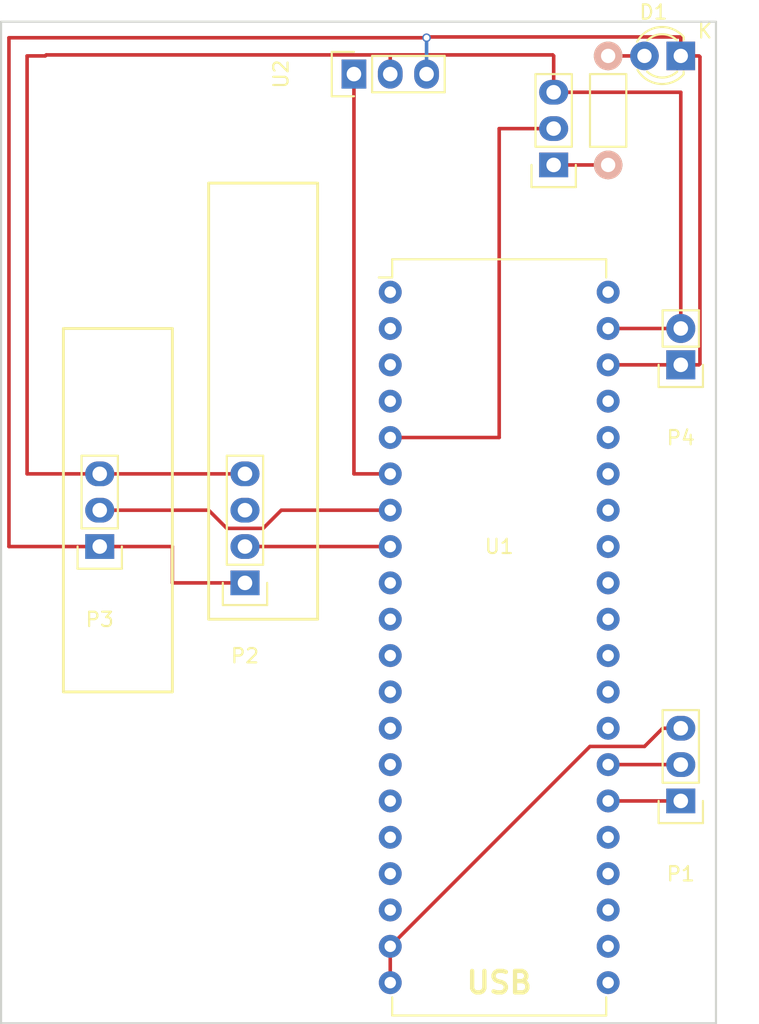
<source format=kicad_pcb>
(kicad_pcb (version 4) (host pcbnew 4.0.5+dfsg1-4)

  (general
    (links 21)
    (no_connects 3)
    (area 81.924999 69.924999 132.075001 140.075001)
    (thickness 1.6)
    (drawings 13)
    (tracks 52)
    (zones 0)
    (modules 9)
    (nets 42)
  )

  (page A4)
  (layers
    (0 F.Cu signal)
    (31 B.Cu signal)
    (32 B.Adhes user)
    (33 F.Adhes user)
    (34 B.Paste user)
    (35 F.Paste user)
    (36 B.SilkS user)
    (37 F.SilkS user)
    (38 B.Mask user)
    (39 F.Mask user)
    (40 Dwgs.User user)
    (41 Cmts.User user)
    (42 Eco1.User user)
    (43 Eco2.User user)
    (44 Edge.Cuts user)
    (45 Margin user)
    (46 B.CrtYd user)
    (47 F.CrtYd user)
    (48 B.Fab user)
    (49 F.Fab user)
  )

  (setup
    (last_trace_width 0.25)
    (trace_clearance 0.2)
    (zone_clearance 0.508)
    (zone_45_only no)
    (trace_min 0.2)
    (segment_width 0.2)
    (edge_width 0.15)
    (via_size 0.6)
    (via_drill 0.4)
    (via_min_size 0.4)
    (via_min_drill 0.3)
    (uvia_size 0.3)
    (uvia_drill 0.1)
    (uvias_allowed no)
    (uvia_min_size 0.2)
    (uvia_min_drill 0.1)
    (pcb_text_width 0.3)
    (pcb_text_size 1.5 1.5)
    (mod_edge_width 0.15)
    (mod_text_size 1 1)
    (mod_text_width 0.15)
    (pad_size 1.524 1.524)
    (pad_drill 0.762)
    (pad_to_mask_clearance 0.2)
    (aux_axis_origin 0 0)
    (visible_elements FFFFFF7F)
    (pcbplotparams
      (layerselection 0x00030_80000001)
      (usegerberextensions false)
      (excludeedgelayer true)
      (linewidth 0.100000)
      (plotframeref false)
      (viasonmask false)
      (mode 1)
      (useauxorigin false)
      (hpglpennumber 1)
      (hpglpenspeed 20)
      (hpglpendiameter 15)
      (hpglpenoverlay 2)
      (psnegative false)
      (psa4output false)
      (plotreference true)
      (plotvalue true)
      (plotinvisibletext false)
      (padsonsilk false)
      (subtractmaskfromsilk false)
      (outputformat 1)
      (mirror false)
      (drillshape 1)
      (scaleselection 1)
      (outputdirectory ""))
  )

  (net 0 "")
  (net 1 +5V)
  (net 2 "Net-(D1-Pad2)")
  (net 3 GND)
  (net 4 /RADIO_RX)
  (net 5 "Net-(P2-Pad3)")
  (net 6 "Net-(Q1-Pad1)")
  (net 7 /IR_TX)
  (net 8 "Net-(U1-Pad1)")
  (net 9 "Net-(U1-Pad2)")
  (net 10 "Net-(U1-Pad3)")
  (net 11 "Net-(U1-Pad4)")
  (net 12 /IR_RX)
  (net 13 /RADIO_TX)
  (net 14 "Net-(U1-Pad9)")
  (net 15 "Net-(U1-Pad10)")
  (net 16 "Net-(U1-Pad11)")
  (net 17 "Net-(U1-Pad12)")
  (net 18 "Net-(U1-Pad13)")
  (net 19 "Net-(U1-Pad14)")
  (net 20 "Net-(U1-Pad15)")
  (net 21 "Net-(U1-Pad16)")
  (net 22 "Net-(U1-Pad17)")
  (net 23 "Net-(U1-Pad18)")
  (net 24 "Net-(U1-Pad21)")
  (net 25 "Net-(U1-Pad22)")
  (net 26 "Net-(U1-Pad23)")
  (net 27 "Net-(U1-Pad24)")
  (net 28 "Net-(U1-Pad25)")
  (net 29 "Net-(U1-Pad28)")
  (net 30 "Net-(U1-Pad29)")
  (net 31 "Net-(U1-Pad30)")
  (net 32 "Net-(U1-Pad31)")
  (net 33 "Net-(U1-Pad32)")
  (net 34 "Net-(U1-Pad33)")
  (net 35 "Net-(U1-Pad34)")
  (net 36 "Net-(U1-Pad35)")
  (net 37 "Net-(U1-Pad36)")
  (net 38 "Net-(U1-Pad37)")
  (net 39 "Net-(U1-Pad40)")
  (net 40 /DEBUG_TX)
  (net 41 /DEBUG_RX)

  (net_class Default "This is the default net class."
    (clearance 0.2)
    (trace_width 0.25)
    (via_dia 0.6)
    (via_drill 0.4)
    (uvia_dia 0.3)
    (uvia_drill 0.1)
    (add_net +5V)
    (add_net /DEBUG_RX)
    (add_net /DEBUG_TX)
    (add_net /IR_RX)
    (add_net /IR_TX)
    (add_net /RADIO_RX)
    (add_net /RADIO_TX)
    (add_net GND)
    (add_net "Net-(D1-Pad2)")
    (add_net "Net-(P2-Pad3)")
    (add_net "Net-(Q1-Pad1)")
    (add_net "Net-(U1-Pad1)")
    (add_net "Net-(U1-Pad10)")
    (add_net "Net-(U1-Pad11)")
    (add_net "Net-(U1-Pad12)")
    (add_net "Net-(U1-Pad13)")
    (add_net "Net-(U1-Pad14)")
    (add_net "Net-(U1-Pad15)")
    (add_net "Net-(U1-Pad16)")
    (add_net "Net-(U1-Pad17)")
    (add_net "Net-(U1-Pad18)")
    (add_net "Net-(U1-Pad2)")
    (add_net "Net-(U1-Pad21)")
    (add_net "Net-(U1-Pad22)")
    (add_net "Net-(U1-Pad23)")
    (add_net "Net-(U1-Pad24)")
    (add_net "Net-(U1-Pad25)")
    (add_net "Net-(U1-Pad28)")
    (add_net "Net-(U1-Pad29)")
    (add_net "Net-(U1-Pad3)")
    (add_net "Net-(U1-Pad30)")
    (add_net "Net-(U1-Pad31)")
    (add_net "Net-(U1-Pad32)")
    (add_net "Net-(U1-Pad33)")
    (add_net "Net-(U1-Pad34)")
    (add_net "Net-(U1-Pad35)")
    (add_net "Net-(U1-Pad36)")
    (add_net "Net-(U1-Pad37)")
    (add_net "Net-(U1-Pad4)")
    (add_net "Net-(U1-Pad40)")
    (add_net "Net-(U1-Pad9)")
  )

  (module LEDs:LED-3MM (layer F.Cu) (tedit 559B82F6) (tstamp 591EF7BE)
    (at 129.54 72.39 180)
    (descr "LED 3mm round vertical")
    (tags "LED  3mm round vertical")
    (path /591F067E)
    (fp_text reference D1 (at 1.91 3.06 180) (layer F.SilkS)
      (effects (font (size 1 1) (thickness 0.15)))
    )
    (fp_text value LED_ALT (at 1.3 -2.9 180) (layer F.Fab)
      (effects (font (size 1 1) (thickness 0.15)))
    )
    (fp_line (start -1.2 2.3) (end 3.8 2.3) (layer F.CrtYd) (width 0.05))
    (fp_line (start 3.8 2.3) (end 3.8 -2.2) (layer F.CrtYd) (width 0.05))
    (fp_line (start 3.8 -2.2) (end -1.2 -2.2) (layer F.CrtYd) (width 0.05))
    (fp_line (start -1.2 -2.2) (end -1.2 2.3) (layer F.CrtYd) (width 0.05))
    (fp_line (start -0.199 1.314) (end -0.199 1.114) (layer F.SilkS) (width 0.15))
    (fp_line (start -0.199 -1.28) (end -0.199 -1.1) (layer F.SilkS) (width 0.15))
    (fp_arc (start 1.301 0.034) (end -0.199 -1.286) (angle 108.5) (layer F.SilkS) (width 0.15))
    (fp_arc (start 1.301 0.034) (end 0.25 -1.1) (angle 85.7) (layer F.SilkS) (width 0.15))
    (fp_arc (start 1.311 0.034) (end 3.051 0.994) (angle 110) (layer F.SilkS) (width 0.15))
    (fp_arc (start 1.301 0.034) (end 2.335 1.094) (angle 87.5) (layer F.SilkS) (width 0.15))
    (fp_text user K (at -1.69 1.74 180) (layer F.SilkS)
      (effects (font (size 1 1) (thickness 0.15)))
    )
    (pad 1 thru_hole rect (at 0 0 270) (size 2 2) (drill 1.00076) (layers *.Cu *.Mask)
      (net 1 +5V))
    (pad 2 thru_hole circle (at 2.54 0 180) (size 2 2) (drill 1.00076) (layers *.Cu *.Mask)
      (net 2 "Net-(D1-Pad2)"))
    (model LEDs.3dshapes/LED-3MM.wrl
      (at (xyz 0.05 0 0))
      (scale (xyz 1 1 1))
      (rotate (xyz 0 0 90))
    )
  )

  (module Pin_Headers:Pin_Header_Straight_1x03 (layer F.Cu) (tedit 0) (tstamp 591EF7C5)
    (at 129.54 124.46 180)
    (descr "Through hole pin header")
    (tags "pin header")
    (path /591EF4BE)
    (fp_text reference P1 (at 0 -5.1 180) (layer F.SilkS)
      (effects (font (size 1 1) (thickness 0.15)))
    )
    (fp_text value DEBUG_SERIAL (at 0 -3.1 180) (layer F.Fab)
      (effects (font (size 1 1) (thickness 0.15)))
    )
    (fp_line (start -1.75 -1.75) (end -1.75 6.85) (layer F.CrtYd) (width 0.05))
    (fp_line (start 1.75 -1.75) (end 1.75 6.85) (layer F.CrtYd) (width 0.05))
    (fp_line (start -1.75 -1.75) (end 1.75 -1.75) (layer F.CrtYd) (width 0.05))
    (fp_line (start -1.75 6.85) (end 1.75 6.85) (layer F.CrtYd) (width 0.05))
    (fp_line (start -1.27 1.27) (end -1.27 6.35) (layer F.SilkS) (width 0.15))
    (fp_line (start -1.27 6.35) (end 1.27 6.35) (layer F.SilkS) (width 0.15))
    (fp_line (start 1.27 6.35) (end 1.27 1.27) (layer F.SilkS) (width 0.15))
    (fp_line (start 1.55 -1.55) (end 1.55 0) (layer F.SilkS) (width 0.15))
    (fp_line (start 1.27 1.27) (end -1.27 1.27) (layer F.SilkS) (width 0.15))
    (fp_line (start -1.55 0) (end -1.55 -1.55) (layer F.SilkS) (width 0.15))
    (fp_line (start -1.55 -1.55) (end 1.55 -1.55) (layer F.SilkS) (width 0.15))
    (pad 1 thru_hole rect (at 0 0 180) (size 2.032 1.7272) (drill 1.016) (layers *.Cu *.Mask)
      (net 40 /DEBUG_TX))
    (pad 2 thru_hole oval (at 0 2.54 180) (size 2.032 1.7272) (drill 1.016) (layers *.Cu *.Mask)
      (net 41 /DEBUG_RX))
    (pad 3 thru_hole oval (at 0 5.08 180) (size 2.032 1.7272) (drill 1.016) (layers *.Cu *.Mask)
      (net 3 GND))
    (model Pin_Headers.3dshapes/Pin_Header_Straight_1x03.wrl
      (at (xyz 0 -0.1 0))
      (scale (xyz 1 1 1))
      (rotate (xyz 0 0 90))
    )
  )

  (module Pin_Headers:Pin_Header_Straight_1x04 (layer F.Cu) (tedit 0) (tstamp 591EF7CD)
    (at 99.06 109.22 180)
    (descr "Through hole pin header")
    (tags "pin header")
    (path /591EC627)
    (fp_text reference P2 (at 0 -5.1 180) (layer F.SilkS)
      (effects (font (size 1 1) (thickness 0.15)))
    )
    (fp_text value RADIO_RX (at 0 -3.1 180) (layer F.Fab)
      (effects (font (size 1 1) (thickness 0.15)))
    )
    (fp_line (start -1.75 -1.75) (end -1.75 9.4) (layer F.CrtYd) (width 0.05))
    (fp_line (start 1.75 -1.75) (end 1.75 9.4) (layer F.CrtYd) (width 0.05))
    (fp_line (start -1.75 -1.75) (end 1.75 -1.75) (layer F.CrtYd) (width 0.05))
    (fp_line (start -1.75 9.4) (end 1.75 9.4) (layer F.CrtYd) (width 0.05))
    (fp_line (start -1.27 1.27) (end -1.27 8.89) (layer F.SilkS) (width 0.15))
    (fp_line (start 1.27 1.27) (end 1.27 8.89) (layer F.SilkS) (width 0.15))
    (fp_line (start 1.55 -1.55) (end 1.55 0) (layer F.SilkS) (width 0.15))
    (fp_line (start -1.27 8.89) (end 1.27 8.89) (layer F.SilkS) (width 0.15))
    (fp_line (start 1.27 1.27) (end -1.27 1.27) (layer F.SilkS) (width 0.15))
    (fp_line (start -1.55 0) (end -1.55 -1.55) (layer F.SilkS) (width 0.15))
    (fp_line (start -1.55 -1.55) (end 1.55 -1.55) (layer F.SilkS) (width 0.15))
    (pad 1 thru_hole rect (at 0 0 180) (size 2.032 1.7272) (drill 1.016) (layers *.Cu *.Mask)
      (net 1 +5V))
    (pad 2 thru_hole oval (at 0 2.54 180) (size 2.032 1.7272) (drill 1.016) (layers *.Cu *.Mask)
      (net 4 /RADIO_RX))
    (pad 3 thru_hole oval (at 0 5.08 180) (size 2.032 1.7272) (drill 1.016) (layers *.Cu *.Mask)
      (net 5 "Net-(P2-Pad3)"))
    (pad 4 thru_hole oval (at 0 7.62 180) (size 2.032 1.7272) (drill 1.016) (layers *.Cu *.Mask)
      (net 3 GND))
    (model Pin_Headers.3dshapes/Pin_Header_Straight_1x04.wrl
      (at (xyz 0 -0.15 0))
      (scale (xyz 1 1 1))
      (rotate (xyz 0 0 90))
    )
  )

  (module Pin_Headers:Pin_Header_Straight_1x03 (layer F.Cu) (tedit 0) (tstamp 591EF7D4)
    (at 88.9 106.68 180)
    (descr "Through hole pin header")
    (tags "pin header")
    (path /591EFD29)
    (fp_text reference P3 (at 0 -5.1 180) (layer F.SilkS)
      (effects (font (size 1 1) (thickness 0.15)))
    )
    (fp_text value RADIO_TX (at 0 -3.1 180) (layer F.Fab)
      (effects (font (size 1 1) (thickness 0.15)))
    )
    (fp_line (start -1.75 -1.75) (end -1.75 6.85) (layer F.CrtYd) (width 0.05))
    (fp_line (start 1.75 -1.75) (end 1.75 6.85) (layer F.CrtYd) (width 0.05))
    (fp_line (start -1.75 -1.75) (end 1.75 -1.75) (layer F.CrtYd) (width 0.05))
    (fp_line (start -1.75 6.85) (end 1.75 6.85) (layer F.CrtYd) (width 0.05))
    (fp_line (start -1.27 1.27) (end -1.27 6.35) (layer F.SilkS) (width 0.15))
    (fp_line (start -1.27 6.35) (end 1.27 6.35) (layer F.SilkS) (width 0.15))
    (fp_line (start 1.27 6.35) (end 1.27 1.27) (layer F.SilkS) (width 0.15))
    (fp_line (start 1.55 -1.55) (end 1.55 0) (layer F.SilkS) (width 0.15))
    (fp_line (start 1.27 1.27) (end -1.27 1.27) (layer F.SilkS) (width 0.15))
    (fp_line (start -1.55 0) (end -1.55 -1.55) (layer F.SilkS) (width 0.15))
    (fp_line (start -1.55 -1.55) (end 1.55 -1.55) (layer F.SilkS) (width 0.15))
    (pad 1 thru_hole rect (at 0 0 180) (size 2.032 1.7272) (drill 1.016) (layers *.Cu *.Mask)
      (net 1 +5V))
    (pad 2 thru_hole oval (at 0 2.54 180) (size 2.032 1.7272) (drill 1.016) (layers *.Cu *.Mask)
      (net 13 /RADIO_TX))
    (pad 3 thru_hole oval (at 0 5.08 180) (size 2.032 1.7272) (drill 1.016) (layers *.Cu *.Mask)
      (net 3 GND))
    (model Pin_Headers.3dshapes/Pin_Header_Straight_1x03.wrl
      (at (xyz 0 -0.1 0))
      (scale (xyz 1 1 1))
      (rotate (xyz 0 0 90))
    )
  )

  (module Pin_Headers:Pin_Header_Straight_1x03 (layer F.Cu) (tedit 5922A6AA) (tstamp 591EF7DB)
    (at 120.65 80.01 180)
    (descr "Through hole pin header")
    (tags "pin header")
    (path /591F01FF)
    (fp_text reference Q1 (at 0 -5.1 180) (layer F.SilkS) hide
      (effects (font (size 1 1) (thickness 0.15)))
    )
    (fp_text value BC547 (at 0 -3.1 180) (layer F.Fab) hide
      (effects (font (size 1 1) (thickness 0.15)))
    )
    (fp_line (start -1.75 -1.75) (end -1.75 6.85) (layer F.CrtYd) (width 0.05))
    (fp_line (start 1.75 -1.75) (end 1.75 6.85) (layer F.CrtYd) (width 0.05))
    (fp_line (start -1.75 -1.75) (end 1.75 -1.75) (layer F.CrtYd) (width 0.05))
    (fp_line (start -1.75 6.85) (end 1.75 6.85) (layer F.CrtYd) (width 0.05))
    (fp_line (start -1.27 1.27) (end -1.27 6.35) (layer F.SilkS) (width 0.15))
    (fp_line (start -1.27 6.35) (end 1.27 6.35) (layer F.SilkS) (width 0.15))
    (fp_line (start 1.27 6.35) (end 1.27 1.27) (layer F.SilkS) (width 0.15))
    (fp_line (start 1.55 -1.55) (end 1.55 0) (layer F.SilkS) (width 0.15))
    (fp_line (start 1.27 1.27) (end -1.27 1.27) (layer F.SilkS) (width 0.15))
    (fp_line (start -1.55 0) (end -1.55 -1.55) (layer F.SilkS) (width 0.15))
    (fp_line (start -1.55 -1.55) (end 1.55 -1.55) (layer F.SilkS) (width 0.15))
    (pad 1 thru_hole rect (at 0 0 180) (size 2.032 1.7272) (drill 1.016) (layers *.Cu *.Mask)
      (net 6 "Net-(Q1-Pad1)"))
    (pad 2 thru_hole oval (at 0 2.54 180) (size 2.032 1.7272) (drill 1.016) (layers *.Cu *.Mask)
      (net 7 /IR_TX))
    (pad 3 thru_hole oval (at 0 5.08 180) (size 2.032 1.7272) (drill 1.016) (layers *.Cu *.Mask)
      (net 3 GND))
    (model Pin_Headers.3dshapes/Pin_Header_Straight_1x03.wrl
      (at (xyz 0 -0.1 0))
      (scale (xyz 1 1 1))
      (rotate (xyz 0 0 90))
    )
  )

  (module Resistors_ThroughHole:Resistor_Horizontal_RM7mm (layer F.Cu) (tedit 5922A6A5) (tstamp 591EF7E1)
    (at 124.46 72.39 270)
    (descr "Resistor, Axial,  RM 7.62mm, 1/3W,")
    (tags "Resistor Axial RM 7.62mm 1/3W R3")
    (path /591F0315)
    (fp_text reference R1 (at 4.05892 -3.50012 270) (layer F.SilkS) hide
      (effects (font (size 1 1) (thickness 0.15)))
    )
    (fp_text value R (at 3.81 3.81 270) (layer F.Fab) hide
      (effects (font (size 1 1) (thickness 0.15)))
    )
    (fp_line (start -1.25 -1.5) (end 8.85 -1.5) (layer F.CrtYd) (width 0.05))
    (fp_line (start -1.25 1.5) (end -1.25 -1.5) (layer F.CrtYd) (width 0.05))
    (fp_line (start 8.85 -1.5) (end 8.85 1.5) (layer F.CrtYd) (width 0.05))
    (fp_line (start -1.25 1.5) (end 8.85 1.5) (layer F.CrtYd) (width 0.05))
    (fp_line (start 1.27 -1.27) (end 6.35 -1.27) (layer F.SilkS) (width 0.15))
    (fp_line (start 6.35 -1.27) (end 6.35 1.27) (layer F.SilkS) (width 0.15))
    (fp_line (start 6.35 1.27) (end 1.27 1.27) (layer F.SilkS) (width 0.15))
    (fp_line (start 1.27 1.27) (end 1.27 -1.27) (layer F.SilkS) (width 0.15))
    (pad 1 thru_hole circle (at 0 0 270) (size 1.99898 1.99898) (drill 1.00076) (layers *.Cu *.SilkS *.Mask)
      (net 2 "Net-(D1-Pad2)"))
    (pad 2 thru_hole circle (at 7.62 0 270) (size 1.99898 1.99898) (drill 1.00076) (layers *.Cu *.SilkS *.Mask)
      (net 6 "Net-(Q1-Pad1)"))
  )

  (module Housings_DIP:DIP-40_W15.24mm (layer F.Cu) (tedit 54130A77) (tstamp 591EF80D)
    (at 109.22 88.9)
    (descr "40-lead dip package, row spacing 15.24 mm (600 mils)")
    (tags "dil dip 2.54 600")
    (path /591EEEC4)
    (fp_text reference U1 (at 7.62 17.78) (layer F.SilkS)
      (effects (font (size 1 1) (thickness 0.15)))
    )
    (fp_text value BLUE_PILL (at 7.62 15.24 180) (layer F.Fab)
      (effects (font (size 1 1) (thickness 0.15)))
    )
    (fp_line (start -1.05 -2.45) (end -1.05 50.75) (layer F.CrtYd) (width 0.05))
    (fp_line (start 16.3 -2.45) (end 16.3 50.75) (layer F.CrtYd) (width 0.05))
    (fp_line (start -1.05 -2.45) (end 16.3 -2.45) (layer F.CrtYd) (width 0.05))
    (fp_line (start -1.05 50.75) (end 16.3 50.75) (layer F.CrtYd) (width 0.05))
    (fp_line (start 0.135 -2.295) (end 0.135 -1.025) (layer F.SilkS) (width 0.15))
    (fp_line (start 15.105 -2.295) (end 15.105 -1.025) (layer F.SilkS) (width 0.15))
    (fp_line (start 15.105 50.555) (end 15.105 49.285) (layer F.SilkS) (width 0.15))
    (fp_line (start 0.135 50.555) (end 0.135 49.285) (layer F.SilkS) (width 0.15))
    (fp_line (start 0.135 -2.295) (end 15.105 -2.295) (layer F.SilkS) (width 0.15))
    (fp_line (start 0.135 50.555) (end 15.105 50.555) (layer F.SilkS) (width 0.15))
    (fp_line (start 0.135 -1.025) (end -0.8 -1.025) (layer F.SilkS) (width 0.15))
    (pad 1 thru_hole oval (at 0 0) (size 1.6 1.6) (drill 0.8) (layers *.Cu *.Mask)
      (net 8 "Net-(U1-Pad1)"))
    (pad 2 thru_hole oval (at 0 2.54) (size 1.6 1.6) (drill 0.8) (layers *.Cu *.Mask)
      (net 9 "Net-(U1-Pad2)"))
    (pad 3 thru_hole oval (at 0 5.08) (size 1.6 1.6) (drill 0.8) (layers *.Cu *.Mask)
      (net 10 "Net-(U1-Pad3)"))
    (pad 4 thru_hole oval (at 0 7.62) (size 1.6 1.6) (drill 0.8) (layers *.Cu *.Mask)
      (net 11 "Net-(U1-Pad4)"))
    (pad 5 thru_hole oval (at 0 10.16) (size 1.6 1.6) (drill 0.8) (layers *.Cu *.Mask)
      (net 7 /IR_TX))
    (pad 6 thru_hole oval (at 0 12.7) (size 1.6 1.6) (drill 0.8) (layers *.Cu *.Mask)
      (net 12 /IR_RX))
    (pad 7 thru_hole oval (at 0 15.24) (size 1.6 1.6) (drill 0.8) (layers *.Cu *.Mask)
      (net 13 /RADIO_TX))
    (pad 8 thru_hole oval (at 0 17.78) (size 1.6 1.6) (drill 0.8) (layers *.Cu *.Mask)
      (net 4 /RADIO_RX))
    (pad 9 thru_hole oval (at 0 20.32) (size 1.6 1.6) (drill 0.8) (layers *.Cu *.Mask)
      (net 14 "Net-(U1-Pad9)"))
    (pad 10 thru_hole oval (at 0 22.86) (size 1.6 1.6) (drill 0.8) (layers *.Cu *.Mask)
      (net 15 "Net-(U1-Pad10)"))
    (pad 11 thru_hole oval (at 0 25.4) (size 1.6 1.6) (drill 0.8) (layers *.Cu *.Mask)
      (net 16 "Net-(U1-Pad11)"))
    (pad 12 thru_hole oval (at 0 27.94) (size 1.6 1.6) (drill 0.8) (layers *.Cu *.Mask)
      (net 17 "Net-(U1-Pad12)"))
    (pad 13 thru_hole oval (at 0 30.48) (size 1.6 1.6) (drill 0.8) (layers *.Cu *.Mask)
      (net 18 "Net-(U1-Pad13)"))
    (pad 14 thru_hole oval (at 0 33.02) (size 1.6 1.6) (drill 0.8) (layers *.Cu *.Mask)
      (net 19 "Net-(U1-Pad14)"))
    (pad 15 thru_hole oval (at 0 35.56) (size 1.6 1.6) (drill 0.8) (layers *.Cu *.Mask)
      (net 20 "Net-(U1-Pad15)"))
    (pad 16 thru_hole oval (at 0 38.1) (size 1.6 1.6) (drill 0.8) (layers *.Cu *.Mask)
      (net 21 "Net-(U1-Pad16)"))
    (pad 17 thru_hole oval (at 0 40.64) (size 1.6 1.6) (drill 0.8) (layers *.Cu *.Mask)
      (net 22 "Net-(U1-Pad17)"))
    (pad 18 thru_hole oval (at 0 43.18) (size 1.6 1.6) (drill 0.8) (layers *.Cu *.Mask)
      (net 23 "Net-(U1-Pad18)"))
    (pad 19 thru_hole oval (at 0 45.72) (size 1.6 1.6) (drill 0.8) (layers *.Cu *.Mask)
      (net 3 GND))
    (pad 20 thru_hole oval (at 0 48.26) (size 1.6 1.6) (drill 0.8) (layers *.Cu *.Mask)
      (net 3 GND))
    (pad 21 thru_hole oval (at 15.24 48.26) (size 1.6 1.6) (drill 0.8) (layers *.Cu *.Mask)
      (net 24 "Net-(U1-Pad21)"))
    (pad 22 thru_hole oval (at 15.24 45.72) (size 1.6 1.6) (drill 0.8) (layers *.Cu *.Mask)
      (net 25 "Net-(U1-Pad22)"))
    (pad 23 thru_hole oval (at 15.24 43.18) (size 1.6 1.6) (drill 0.8) (layers *.Cu *.Mask)
      (net 26 "Net-(U1-Pad23)"))
    (pad 24 thru_hole oval (at 15.24 40.64) (size 1.6 1.6) (drill 0.8) (layers *.Cu *.Mask)
      (net 27 "Net-(U1-Pad24)"))
    (pad 25 thru_hole oval (at 15.24 38.1) (size 1.6 1.6) (drill 0.8) (layers *.Cu *.Mask)
      (net 28 "Net-(U1-Pad25)"))
    (pad 26 thru_hole oval (at 15.24 35.56) (size 1.6 1.6) (drill 0.8) (layers *.Cu *.Mask)
      (net 40 /DEBUG_TX))
    (pad 27 thru_hole oval (at 15.24 33.02) (size 1.6 1.6) (drill 0.8) (layers *.Cu *.Mask)
      (net 41 /DEBUG_RX))
    (pad 28 thru_hole oval (at 15.24 30.48) (size 1.6 1.6) (drill 0.8) (layers *.Cu *.Mask)
      (net 29 "Net-(U1-Pad28)"))
    (pad 29 thru_hole oval (at 15.24 27.94) (size 1.6 1.6) (drill 0.8) (layers *.Cu *.Mask)
      (net 30 "Net-(U1-Pad29)"))
    (pad 30 thru_hole oval (at 15.24 25.4) (size 1.6 1.6) (drill 0.8) (layers *.Cu *.Mask)
      (net 31 "Net-(U1-Pad30)"))
    (pad 31 thru_hole oval (at 15.24 22.86) (size 1.6 1.6) (drill 0.8) (layers *.Cu *.Mask)
      (net 32 "Net-(U1-Pad31)"))
    (pad 32 thru_hole oval (at 15.24 20.32) (size 1.6 1.6) (drill 0.8) (layers *.Cu *.Mask)
      (net 33 "Net-(U1-Pad32)"))
    (pad 33 thru_hole oval (at 15.24 17.78) (size 1.6 1.6) (drill 0.8) (layers *.Cu *.Mask)
      (net 34 "Net-(U1-Pad33)"))
    (pad 34 thru_hole oval (at 15.24 15.24) (size 1.6 1.6) (drill 0.8) (layers *.Cu *.Mask)
      (net 35 "Net-(U1-Pad34)"))
    (pad 35 thru_hole oval (at 15.24 12.7) (size 1.6 1.6) (drill 0.8) (layers *.Cu *.Mask)
      (net 36 "Net-(U1-Pad35)"))
    (pad 36 thru_hole oval (at 15.24 10.16) (size 1.6 1.6) (drill 0.8) (layers *.Cu *.Mask)
      (net 37 "Net-(U1-Pad36)"))
    (pad 37 thru_hole oval (at 15.24 7.62) (size 1.6 1.6) (drill 0.8) (layers *.Cu *.Mask)
      (net 38 "Net-(U1-Pad37)"))
    (pad 38 thru_hole oval (at 15.24 5.08) (size 1.6 1.6) (drill 0.8) (layers *.Cu *.Mask)
      (net 1 +5V))
    (pad 39 thru_hole oval (at 15.24 2.54) (size 1.6 1.6) (drill 0.8) (layers *.Cu *.Mask)
      (net 3 GND))
    (pad 40 thru_hole oval (at 15.24 0) (size 1.6 1.6) (drill 0.8) (layers *.Cu *.Mask)
      (net 39 "Net-(U1-Pad40)"))
    (model Housings_DIP.3dshapes/DIP-40_W15.24mm.wrl
      (at (xyz 0 0 0))
      (scale (xyz 1 1 1))
      (rotate (xyz 0 0 0))
    )
  )

  (module Pin_Headers:Pin_Header_Straight_1x03 (layer F.Cu) (tedit 0) (tstamp 591EF814)
    (at 106.68 73.66 90)
    (descr "Through hole pin header")
    (tags "pin header")
    (path /591F00AF)
    (fp_text reference U2 (at 0 -5.1 90) (layer F.SilkS)
      (effects (font (size 1 1) (thickness 0.15)))
    )
    (fp_text value TSOP4838 (at 0 -3.1 90) (layer F.Fab)
      (effects (font (size 1 1) (thickness 0.15)))
    )
    (fp_line (start -1.75 -1.75) (end -1.75 6.85) (layer F.CrtYd) (width 0.05))
    (fp_line (start 1.75 -1.75) (end 1.75 6.85) (layer F.CrtYd) (width 0.05))
    (fp_line (start -1.75 -1.75) (end 1.75 -1.75) (layer F.CrtYd) (width 0.05))
    (fp_line (start -1.75 6.85) (end 1.75 6.85) (layer F.CrtYd) (width 0.05))
    (fp_line (start -1.27 1.27) (end -1.27 6.35) (layer F.SilkS) (width 0.15))
    (fp_line (start -1.27 6.35) (end 1.27 6.35) (layer F.SilkS) (width 0.15))
    (fp_line (start 1.27 6.35) (end 1.27 1.27) (layer F.SilkS) (width 0.15))
    (fp_line (start 1.55 -1.55) (end 1.55 0) (layer F.SilkS) (width 0.15))
    (fp_line (start 1.27 1.27) (end -1.27 1.27) (layer F.SilkS) (width 0.15))
    (fp_line (start -1.55 0) (end -1.55 -1.55) (layer F.SilkS) (width 0.15))
    (fp_line (start -1.55 -1.55) (end 1.55 -1.55) (layer F.SilkS) (width 0.15))
    (pad 1 thru_hole rect (at 0 0 90) (size 2.032 1.7272) (drill 1.016) (layers *.Cu *.Mask)
      (net 12 /IR_RX))
    (pad 2 thru_hole oval (at 0 2.54 90) (size 2.032 1.7272) (drill 1.016) (layers *.Cu *.Mask)
      (net 3 GND))
    (pad 3 thru_hole oval (at 0 5.08 90) (size 2.032 1.7272) (drill 1.016) (layers *.Cu *.Mask)
      (net 1 +5V))
    (model Pin_Headers.3dshapes/Pin_Header_Straight_1x03.wrl
      (at (xyz 0 -0.1 0))
      (scale (xyz 1 1 1))
      (rotate (xyz 0 0 90))
    )
  )

  (module Pin_Headers:Pin_Header_Straight_1x02 (layer F.Cu) (tedit 5922A6E2) (tstamp 5922A618)
    (at 129.54 93.98 180)
    (descr "Through hole pin header")
    (tags "pin header")
    (path /5922A7EE)
    (fp_text reference P4 (at 0 -5.1 180) (layer F.SilkS)
      (effects (font (size 1 1) (thickness 0.15)))
    )
    (fp_text value POWER (at 0 -3.1 180) (layer F.Fab) hide
      (effects (font (size 1 1) (thickness 0.15)))
    )
    (fp_line (start 1.27 1.27) (end 1.27 3.81) (layer F.SilkS) (width 0.15))
    (fp_line (start 1.55 -1.55) (end 1.55 0) (layer F.SilkS) (width 0.15))
    (fp_line (start -1.75 -1.75) (end -1.75 4.3) (layer F.CrtYd) (width 0.05))
    (fp_line (start 1.75 -1.75) (end 1.75 4.3) (layer F.CrtYd) (width 0.05))
    (fp_line (start -1.75 -1.75) (end 1.75 -1.75) (layer F.CrtYd) (width 0.05))
    (fp_line (start -1.75 4.3) (end 1.75 4.3) (layer F.CrtYd) (width 0.05))
    (fp_line (start 1.27 1.27) (end -1.27 1.27) (layer F.SilkS) (width 0.15))
    (fp_line (start -1.55 0) (end -1.55 -1.55) (layer F.SilkS) (width 0.15))
    (fp_line (start -1.55 -1.55) (end 1.55 -1.55) (layer F.SilkS) (width 0.15))
    (fp_line (start -1.27 1.27) (end -1.27 3.81) (layer F.SilkS) (width 0.15))
    (fp_line (start -1.27 3.81) (end 1.27 3.81) (layer F.SilkS) (width 0.15))
    (pad 1 thru_hole rect (at 0 0 180) (size 2.032 2.032) (drill 1.016) (layers *.Cu *.Mask)
      (net 1 +5V))
    (pad 2 thru_hole oval (at 0 2.54 180) (size 2.032 2.032) (drill 1.016) (layers *.Cu *.Mask)
      (net 3 GND))
    (model Pin_Headers.3dshapes/Pin_Header_Straight_1x02.wrl
      (at (xyz 0 -0.05 0))
      (scale (xyz 1 1 1))
      (rotate (xyz 0 0 90))
    )
  )

  (gr_text USB (at 116.84 137.16) (layer F.SilkS)
    (effects (font (size 1.5 1.5) (thickness 0.3)))
  )
  (gr_line (start 93.98 116.84) (end 86.36 116.84) (layer F.SilkS) (width 0.2))
  (gr_line (start 93.98 91.44) (end 93.98 116.84) (layer F.SilkS) (width 0.2))
  (gr_line (start 86.36 91.44) (end 93.98 91.44) (layer F.SilkS) (width 0.2))
  (gr_line (start 86.36 116.84) (end 86.36 91.44) (layer F.SilkS) (width 0.2))
  (gr_line (start 104.14 111.76) (end 96.52 111.76) (layer F.SilkS) (width 0.2))
  (gr_line (start 104.14 81.28) (end 104.14 111.76) (layer F.SilkS) (width 0.2))
  (gr_line (start 96.52 81.28) (end 104.14 81.28) (layer F.SilkS) (width 0.2))
  (gr_line (start 96.52 111.76) (end 96.52 81.28) (layer F.SilkS) (width 0.2))
  (gr_line (start 82 140) (end 132 140) (layer Edge.Cuts) (width 0.15))
  (gr_line (start 82 70) (end 82 140) (layer Edge.Cuts) (width 0.15))
  (gr_line (start 132 70) (end 82 70) (layer Edge.Cuts) (width 0.15))
  (gr_line (start 132 140) (end 132 70) (layer Edge.Cuts) (width 0.15))

  (segment (start 93.98 109.22) (end 99.06 109.22) (width 0.25) (layer F.Cu) (net 1))
  (segment (start 93.98 106.68) (end 93.98 109.22) (width 0.25) (layer F.Cu) (net 1))
  (segment (start 88.9 106.68) (end 93.98 106.68) (width 0.25) (layer F.Cu) (net 1))
  (segment (start 82.55 106.68) (end 88.9 106.68) (width 0.25) (layer F.Cu) (net 1))
  (segment (start 82.55 71.12) (end 82.55 106.68) (width 0.25) (layer F.Cu) (net 1))
  (segment (start 111.76 71.12) (end 82.55 71.12) (width 0.25) (layer F.Cu) (net 1))
  (segment (start 111.76 71.12) (end 111.76 73.66) (width 0.25) (layer B.Cu) (net 1))
  (segment (start 129.54 71.12) (end 129.484999 71.064999) (width 0.25) (layer F.Cu) (net 1))
  (segment (start 129.484999 71.064999) (end 111.815001 71.064999) (width 0.25) (layer F.Cu) (net 1))
  (via (at 111.76 71.12) (size 0.6) (drill 0.4) (layers F.Cu B.Cu) (net 1))
  (segment (start 111.815001 71.064999) (end 111.76 71.12) (width 0.25) (layer F.Cu) (net 1))
  (segment (start 129.54 72.39) (end 129.54 71.12) (width 0.25) (layer F.Cu) (net 1))
  (segment (start 130.881001 93.908999) (end 130.81 93.98) (width 0.25) (layer F.Cu) (net 1))
  (segment (start 130.81 93.98) (end 129.54 93.98) (width 0.25) (layer F.Cu) (net 1))
  (segment (start 130.81 72.39) (end 130.881001 72.461001) (width 0.25) (layer F.Cu) (net 1))
  (segment (start 130.881001 72.461001) (end 130.881001 93.908999) (width 0.25) (layer F.Cu) (net 1))
  (segment (start 129.54 72.39) (end 130.81 72.39) (width 0.25) (layer F.Cu) (net 1))
  (segment (start 129.54 93.98) (end 124.46 93.98) (width 0.25) (layer F.Cu) (net 1))
  (segment (start 124.46 72.39) (end 127 72.39) (width 0.25) (layer F.Cu) (net 2))
  (segment (start 109.22 134.62) (end 109.22 137.16) (width 0.25) (layer F.Cu) (net 3))
  (segment (start 127.004 120.65) (end 123.19 120.65) (width 0.25) (layer F.Cu) (net 3))
  (segment (start 123.19 120.65) (end 109.22 134.62) (width 0.25) (layer F.Cu) (net 3))
  (segment (start 129.54 119.38) (end 128.274 119.38) (width 0.25) (layer F.Cu) (net 3))
  (segment (start 128.274 119.38) (end 127.004 120.65) (width 0.25) (layer F.Cu) (net 3))
  (segment (start 85.161001 72.318999) (end 109.22 72.318999) (width 0.25) (layer F.Cu) (net 3))
  (segment (start 109.22 72.318999) (end 120.578981 72.318999) (width 0.25) (layer F.Cu) (net 3))
  (segment (start 109.22 73.66) (end 109.22 72.318999) (width 0.25) (layer F.Cu) (net 3))
  (segment (start 85.09 72.39) (end 85.161001 72.318999) (width 0.25) (layer F.Cu) (net 3))
  (segment (start 120.578981 72.318999) (end 120.57899 72.31899) (width 0.25) (layer F.Cu) (net 3))
  (segment (start 83.82 72.39) (end 85.09 72.39) (width 0.25) (layer F.Cu) (net 3))
  (segment (start 83.82 101.6) (end 83.82 72.39) (width 0.25) (layer F.Cu) (net 3))
  (segment (start 88.9 101.6) (end 83.82 101.6) (width 0.25) (layer F.Cu) (net 3))
  (segment (start 120.65 72.39) (end 120.57899 72.31899) (width 0.25) (layer F.Cu) (net 3))
  (segment (start 120.65 74.93) (end 120.65 72.39) (width 0.25) (layer F.Cu) (net 3))
  (segment (start 129.54 74.93) (end 120.65 74.93) (width 0.25) (layer F.Cu) (net 3))
  (segment (start 129.54 91.44) (end 129.54 74.93) (width 0.25) (layer F.Cu) (net 3))
  (segment (start 124.46 91.44) (end 129.54 91.44) (width 0.25) (layer F.Cu) (net 3))
  (segment (start 88.9 101.6) (end 99.06 101.6) (width 0.25) (layer F.Cu) (net 3))
  (segment (start 99.06 106.68) (end 109.22 106.68) (width 0.25) (layer F.Cu) (net 4))
  (segment (start 124.46 80.01) (end 120.65 80.01) (width 0.25) (layer F.Cu) (net 6))
  (segment (start 116.84 77.47) (end 120.65 77.47) (width 0.25) (layer F.Cu) (net 7))
  (segment (start 116.84 99.06) (end 116.84 77.47) (width 0.25) (layer F.Cu) (net 7))
  (segment (start 109.22 99.06) (end 116.84 99.06) (width 0.25) (layer F.Cu) (net 7))
  (segment (start 106.68 101.6) (end 106.68 73.66) (width 0.25) (layer F.Cu) (net 12))
  (segment (start 109.22 101.6) (end 106.68 101.6) (width 0.25) (layer F.Cu) (net 12))
  (segment (start 97.79 105.41) (end 96.52 104.14) (width 0.25) (layer F.Cu) (net 13))
  (segment (start 96.52 104.14) (end 88.9 104.14) (width 0.25) (layer F.Cu) (net 13))
  (segment (start 100.33 105.41) (end 97.79 105.41) (width 0.25) (layer F.Cu) (net 13))
  (segment (start 101.6 104.14) (end 100.33 105.41) (width 0.25) (layer F.Cu) (net 13))
  (segment (start 109.22 104.14) (end 101.6 104.14) (width 0.25) (layer F.Cu) (net 13))
  (segment (start 124.46 124.46) (end 129.54 124.46) (width 0.25) (layer F.Cu) (net 40))
  (segment (start 129.54 121.92) (end 124.46 121.92) (width 0.25) (layer F.Cu) (net 41))

)

</source>
